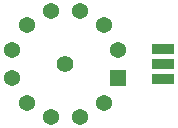
<source format=gbr>
%TF.GenerationSoftware,KiCad,Pcbnew,(6.0.8)*%
%TF.CreationDate,2023-03-18T01:03:14+01:00*%
%TF.ProjectId,ROTARY_SW,524f5441-5259-45f5-9357-2e6b69636164,rev?*%
%TF.SameCoordinates,Original*%
%TF.FileFunction,Soldermask,Top*%
%TF.FilePolarity,Negative*%
%FSLAX46Y46*%
G04 Gerber Fmt 4.6, Leading zero omitted, Abs format (unit mm)*
G04 Created by KiCad (PCBNEW (6.0.8)) date 2023-03-18 01:03:14*
%MOMM*%
%LPD*%
G01*
G04 APERTURE LIST*
G04 Aperture macros list*
%AMFreePoly0*
4,1,5,0.950000,-0.450000,-0.950000,-0.450000,-0.950000,0.450000,0.950000,0.450000,0.950000,-0.450000,0.950000,-0.450000,$1*%
G04 Aperture macros list end*
%ADD10R,1.368000X1.368000*%
%ADD11C,1.368000*%
%ADD12C,1.398000*%
%ADD13FreePoly0,0.000000*%
G04 APERTURE END LIST*
D10*
%TO.C,S1*%
X89327560Y-38287510D03*
D11*
X88124050Y-40372050D03*
X86039510Y-41575560D03*
X83632490Y-41575560D03*
X81547950Y-40372050D03*
X80344440Y-38287510D03*
X80344440Y-35880490D03*
X81547950Y-33795950D03*
X83632490Y-32592440D03*
X86039510Y-32592440D03*
X88124050Y-33795950D03*
X89327560Y-35880490D03*
D12*
X84836000Y-37084000D03*
%TD*%
D13*
%TO.C,J1*%
X93091000Y-35814000D03*
X93091000Y-37084000D03*
X93091000Y-38354000D03*
%TD*%
M02*

</source>
